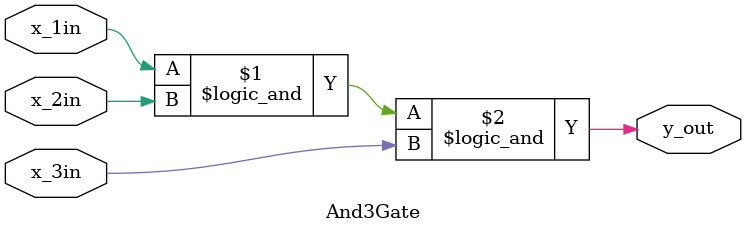
<source format=v>


`timescale 1ns/10ps

module And3Gate (
    x_1in,
    x_2in,
    x_3in,
    y_out
);
// AND Logic Gate myHDL Module (function)
// 
// Args:
//     x_1in: bool Input port
//     x_2in: bool Input port
//     x_3in: bool Input port
//     y_out: bool Output port
// 
// Returns:
//     AND Combo logic operation
//     

input x_1in;
input x_2in;
input x_3in;
output y_out;
wire y_out;







assign y_out = (x_1in && x_2in && x_3in);

endmodule

</source>
